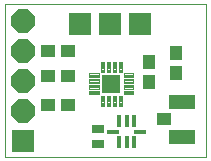
<source format=gts>
G75*
%MOIN*%
%OFA0B0*%
%FSLAX25Y25*%
%IPPOS*%
%LPD*%
%AMOC8*
5,1,8,0,0,1.08239X$1,22.5*
%
%ADD10C,0.00000*%
%ADD11C,0.00366*%
%ADD12R,0.06306X0.06306*%
%ADD13R,0.04534X0.04337*%
%ADD14R,0.09061X0.04534*%
%ADD15R,0.04731X0.04337*%
%ADD16R,0.04337X0.04731*%
%ADD17R,0.07800X0.07800*%
%ADD18OC8,0.07800*%
%ADD19R,0.01778X0.04337*%
%ADD20R,0.04337X0.01778*%
%ADD21R,0.03943X0.03156*%
D10*
X0001400Y0002688D02*
X0001400Y0053869D01*
X0068329Y0053869D01*
X0068329Y0002688D01*
X0001400Y0002688D01*
D11*
X0029533Y0023596D02*
X0032755Y0023596D01*
X0029533Y0023596D02*
X0029533Y0024692D01*
X0032755Y0024692D01*
X0032755Y0023596D01*
X0032755Y0023961D02*
X0029533Y0023961D01*
X0029533Y0024326D02*
X0032755Y0024326D01*
X0032755Y0024691D02*
X0029533Y0024691D01*
X0029533Y0025565D02*
X0032755Y0025565D01*
X0029533Y0025565D02*
X0029533Y0026661D01*
X0032755Y0026661D01*
X0032755Y0025565D01*
X0032755Y0025930D02*
X0029533Y0025930D01*
X0029533Y0026295D02*
X0032755Y0026295D01*
X0032755Y0026660D02*
X0029533Y0026660D01*
X0029533Y0027533D02*
X0032755Y0027533D01*
X0029533Y0027533D02*
X0029533Y0028629D01*
X0032755Y0028629D01*
X0032755Y0027533D01*
X0032755Y0027898D02*
X0029533Y0027898D01*
X0029533Y0028263D02*
X0032755Y0028263D01*
X0032755Y0028628D02*
X0029533Y0028628D01*
X0029533Y0029502D02*
X0032755Y0029502D01*
X0029533Y0029502D02*
X0029533Y0030598D01*
X0032755Y0030598D01*
X0032755Y0029502D01*
X0032755Y0029867D02*
X0029533Y0029867D01*
X0029533Y0030232D02*
X0032755Y0030232D01*
X0032755Y0030597D02*
X0029533Y0030597D01*
X0033332Y0031175D02*
X0033332Y0034397D01*
X0034428Y0034397D01*
X0034428Y0031175D01*
X0033332Y0031175D01*
X0033332Y0031540D02*
X0034428Y0031540D01*
X0034428Y0031905D02*
X0033332Y0031905D01*
X0033332Y0032270D02*
X0034428Y0032270D01*
X0034428Y0032635D02*
X0033332Y0032635D01*
X0033332Y0033000D02*
X0034428Y0033000D01*
X0034428Y0033365D02*
X0033332Y0033365D01*
X0033332Y0033730D02*
X0034428Y0033730D01*
X0034428Y0034095D02*
X0033332Y0034095D01*
X0035301Y0034397D02*
X0035301Y0031175D01*
X0035301Y0034397D02*
X0036397Y0034397D01*
X0036397Y0031175D01*
X0035301Y0031175D01*
X0035301Y0031540D02*
X0036397Y0031540D01*
X0036397Y0031905D02*
X0035301Y0031905D01*
X0035301Y0032270D02*
X0036397Y0032270D01*
X0036397Y0032635D02*
X0035301Y0032635D01*
X0035301Y0033000D02*
X0036397Y0033000D01*
X0036397Y0033365D02*
X0035301Y0033365D01*
X0035301Y0033730D02*
X0036397Y0033730D01*
X0036397Y0034095D02*
X0035301Y0034095D01*
X0037269Y0034397D02*
X0037269Y0031175D01*
X0037269Y0034397D02*
X0038365Y0034397D01*
X0038365Y0031175D01*
X0037269Y0031175D01*
X0037269Y0031540D02*
X0038365Y0031540D01*
X0038365Y0031905D02*
X0037269Y0031905D01*
X0037269Y0032270D02*
X0038365Y0032270D01*
X0038365Y0032635D02*
X0037269Y0032635D01*
X0037269Y0033000D02*
X0038365Y0033000D01*
X0038365Y0033365D02*
X0037269Y0033365D01*
X0037269Y0033730D02*
X0038365Y0033730D01*
X0038365Y0034095D02*
X0037269Y0034095D01*
X0039238Y0034397D02*
X0039238Y0031175D01*
X0039238Y0034397D02*
X0040334Y0034397D01*
X0040334Y0031175D01*
X0039238Y0031175D01*
X0039238Y0031540D02*
X0040334Y0031540D01*
X0040334Y0031905D02*
X0039238Y0031905D01*
X0039238Y0032270D02*
X0040334Y0032270D01*
X0040334Y0032635D02*
X0039238Y0032635D01*
X0039238Y0033000D02*
X0040334Y0033000D01*
X0040334Y0033365D02*
X0039238Y0033365D01*
X0039238Y0033730D02*
X0040334Y0033730D01*
X0040334Y0034095D02*
X0039238Y0034095D01*
X0040911Y0029502D02*
X0044133Y0029502D01*
X0040911Y0029502D02*
X0040911Y0030598D01*
X0044133Y0030598D01*
X0044133Y0029502D01*
X0044133Y0029867D02*
X0040911Y0029867D01*
X0040911Y0030232D02*
X0044133Y0030232D01*
X0044133Y0030597D02*
X0040911Y0030597D01*
X0040911Y0027533D02*
X0044133Y0027533D01*
X0040911Y0027533D02*
X0040911Y0028629D01*
X0044133Y0028629D01*
X0044133Y0027533D01*
X0044133Y0027898D02*
X0040911Y0027898D01*
X0040911Y0028263D02*
X0044133Y0028263D01*
X0044133Y0028628D02*
X0040911Y0028628D01*
X0040911Y0025565D02*
X0044133Y0025565D01*
X0040911Y0025565D02*
X0040911Y0026661D01*
X0044133Y0026661D01*
X0044133Y0025565D01*
X0044133Y0025930D02*
X0040911Y0025930D01*
X0040911Y0026295D02*
X0044133Y0026295D01*
X0044133Y0026660D02*
X0040911Y0026660D01*
X0040911Y0023596D02*
X0044133Y0023596D01*
X0040911Y0023596D02*
X0040911Y0024692D01*
X0044133Y0024692D01*
X0044133Y0023596D01*
X0044133Y0023961D02*
X0040911Y0023961D01*
X0040911Y0024326D02*
X0044133Y0024326D01*
X0044133Y0024691D02*
X0040911Y0024691D01*
X0039238Y0023019D02*
X0039238Y0019797D01*
X0039238Y0023019D02*
X0040334Y0023019D01*
X0040334Y0019797D01*
X0039238Y0019797D01*
X0039238Y0020162D02*
X0040334Y0020162D01*
X0040334Y0020527D02*
X0039238Y0020527D01*
X0039238Y0020892D02*
X0040334Y0020892D01*
X0040334Y0021257D02*
X0039238Y0021257D01*
X0039238Y0021622D02*
X0040334Y0021622D01*
X0040334Y0021987D02*
X0039238Y0021987D01*
X0039238Y0022352D02*
X0040334Y0022352D01*
X0040334Y0022717D02*
X0039238Y0022717D01*
X0037269Y0023019D02*
X0037269Y0019797D01*
X0037269Y0023019D02*
X0038365Y0023019D01*
X0038365Y0019797D01*
X0037269Y0019797D01*
X0037269Y0020162D02*
X0038365Y0020162D01*
X0038365Y0020527D02*
X0037269Y0020527D01*
X0037269Y0020892D02*
X0038365Y0020892D01*
X0038365Y0021257D02*
X0037269Y0021257D01*
X0037269Y0021622D02*
X0038365Y0021622D01*
X0038365Y0021987D02*
X0037269Y0021987D01*
X0037269Y0022352D02*
X0038365Y0022352D01*
X0038365Y0022717D02*
X0037269Y0022717D01*
X0035301Y0023019D02*
X0035301Y0019797D01*
X0035301Y0023019D02*
X0036397Y0023019D01*
X0036397Y0019797D01*
X0035301Y0019797D01*
X0035301Y0020162D02*
X0036397Y0020162D01*
X0036397Y0020527D02*
X0035301Y0020527D01*
X0035301Y0020892D02*
X0036397Y0020892D01*
X0036397Y0021257D02*
X0035301Y0021257D01*
X0035301Y0021622D02*
X0036397Y0021622D01*
X0036397Y0021987D02*
X0035301Y0021987D01*
X0035301Y0022352D02*
X0036397Y0022352D01*
X0036397Y0022717D02*
X0035301Y0022717D01*
X0033332Y0023019D02*
X0033332Y0019797D01*
X0033332Y0023019D02*
X0034428Y0023019D01*
X0034428Y0019797D01*
X0033332Y0019797D01*
X0033332Y0020162D02*
X0034428Y0020162D01*
X0034428Y0020527D02*
X0033332Y0020527D01*
X0033332Y0020892D02*
X0034428Y0020892D01*
X0034428Y0021257D02*
X0033332Y0021257D01*
X0033332Y0021622D02*
X0034428Y0021622D01*
X0034428Y0021987D02*
X0033332Y0021987D01*
X0033332Y0022352D02*
X0034428Y0022352D01*
X0034428Y0022717D02*
X0033332Y0022717D01*
D12*
X0036833Y0027097D03*
D13*
X0054451Y0015286D03*
D14*
X0060455Y0021093D03*
X0060455Y0009479D03*
D15*
X0022463Y0020168D03*
X0015770Y0020168D03*
X0015770Y0029578D03*
X0022463Y0029578D03*
X0022463Y0038121D03*
X0015770Y0038121D03*
D16*
X0049431Y0034381D03*
X0049431Y0027688D03*
X0058290Y0030837D03*
X0058290Y0037530D03*
D17*
X0046282Y0046979D03*
X0036282Y0046979D03*
X0026282Y0046979D03*
X0007306Y0008200D03*
D18*
X0007306Y0018200D03*
X0007306Y0028200D03*
X0007306Y0038200D03*
X0007306Y0048200D03*
D19*
X0039392Y0014696D03*
X0041951Y0014696D03*
X0044510Y0014696D03*
X0044510Y0007609D03*
X0041951Y0007609D03*
X0039392Y0007609D03*
D20*
X0037424Y0011152D03*
X0046479Y0011152D03*
D21*
X0032502Y0012137D03*
X0032502Y0007019D03*
M02*

</source>
